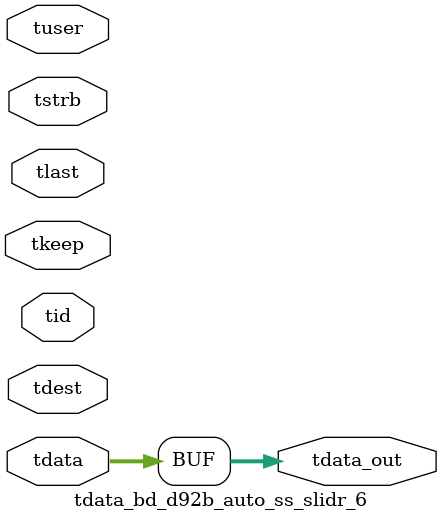
<source format=v>


`timescale 1ps/1ps

module tdata_bd_d92b_auto_ss_slidr_6 #
(
parameter C_S_AXIS_TDATA_WIDTH = 32,
parameter C_S_AXIS_TUSER_WIDTH = 0,
parameter C_S_AXIS_TID_WIDTH   = 0,
parameter C_S_AXIS_TDEST_WIDTH = 0,
parameter C_M_AXIS_TDATA_WIDTH = 32
)
(
input  [(C_S_AXIS_TDATA_WIDTH == 0 ? 1 : C_S_AXIS_TDATA_WIDTH)-1:0     ] tdata,
input  [(C_S_AXIS_TUSER_WIDTH == 0 ? 1 : C_S_AXIS_TUSER_WIDTH)-1:0     ] tuser,
input  [(C_S_AXIS_TID_WIDTH   == 0 ? 1 : C_S_AXIS_TID_WIDTH)-1:0       ] tid,
input  [(C_S_AXIS_TDEST_WIDTH == 0 ? 1 : C_S_AXIS_TDEST_WIDTH)-1:0     ] tdest,
input  [(C_S_AXIS_TDATA_WIDTH/8)-1:0 ] tkeep,
input  [(C_S_AXIS_TDATA_WIDTH/8)-1:0 ] tstrb,
input                                                                    tlast,
output [C_M_AXIS_TDATA_WIDTH-1:0] tdata_out
);

assign tdata_out = {tdata[63:0]};

endmodule


</source>
